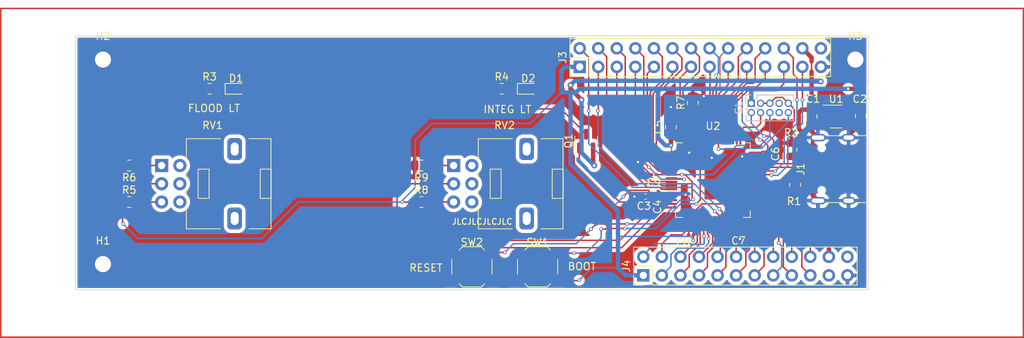
<source format=kicad_pcb>
(kicad_pcb (version 20221018) (generator pcbnew)

  (general
    (thickness 1.6)
  )

  (paper "A4")
  (layers
    (0 "F.Cu" signal)
    (31 "B.Cu" signal)
    (34 "B.Paste" user)
    (35 "F.Paste" user)
    (36 "B.SilkS" user "B.Silkscreen")
    (37 "F.SilkS" user "F.Silkscreen")
    (38 "B.Mask" user)
    (39 "F.Mask" user)
    (44 "Edge.Cuts" user)
    (45 "Margin" user)
    (46 "B.CrtYd" user "B.Courtyard")
    (47 "F.CrtYd" user "F.Courtyard")
    (48 "B.Fab" user)
    (49 "F.Fab" user)
  )

  (setup
    (stackup
      (layer "F.SilkS" (type "Top Silk Screen") (color "White"))
      (layer "F.Paste" (type "Top Solder Paste"))
      (layer "F.Mask" (type "Top Solder Mask") (color "Black") (thickness 0.01))
      (layer "F.Cu" (type "copper") (thickness 0.035))
      (layer "dielectric 1" (type "core") (thickness 1.51) (material "FR4") (epsilon_r 4.5) (loss_tangent 0.02))
      (layer "B.Cu" (type "copper") (thickness 0.035))
      (layer "B.Mask" (type "Bottom Solder Mask") (color "Black") (thickness 0.01))
      (layer "B.Paste" (type "Bottom Solder Paste"))
      (layer "B.SilkS" (type "Bottom Silk Screen") (color "White"))
      (copper_finish "None")
      (dielectric_constraints yes)
    )
    (pad_to_mask_clearance 0)
    (aux_axis_origin 83.1 113)
    (grid_origin 83.1 113)
    (pcbplotparams
      (layerselection 0x00010fc_ffffffff)
      (plot_on_all_layers_selection 0x0000000_00000000)
      (disableapertmacros false)
      (usegerberextensions false)
      (usegerberattributes true)
      (usegerberadvancedattributes true)
      (creategerberjobfile true)
      (dashed_line_dash_ratio 12.000000)
      (dashed_line_gap_ratio 3.000000)
      (svgprecision 4)
      (plotframeref false)
      (viasonmask false)
      (mode 1)
      (useauxorigin false)
      (hpglpennumber 1)
      (hpglpenspeed 20)
      (hpglpendiameter 15.000000)
      (dxfpolygonmode true)
      (dxfimperialunits true)
      (dxfusepcbnewfont true)
      (psnegative false)
      (psa4output false)
      (plotreference true)
      (plotvalue true)
      (plotinvisibletext false)
      (sketchpadsonfab false)
      (subtractmaskfromsilk false)
      (outputformat 1)
      (mirror false)
      (drillshape 1)
      (scaleselection 1)
      (outputdirectory "")
    )
  )

  (net 0 "")
  (net 1 "/USB_5V")
  (net 2 "GND")
  (net 3 "+3V3")
  (net 4 "/SWD_NRST")
  (net 5 "Net-(D1-K)")
  (net 6 "/LED_5V")
  (net 7 "Net-(D2-K)")
  (net 8 "Net-(J1-CC1)")
  (net 9 "/USB_D+")
  (net 10 "/USB_D-")
  (net 11 "unconnected-(J1-SBU1-PadA8)")
  (net 12 "Net-(J1-CC2)")
  (net 13 "unconnected-(J1-SBU2-PadB8)")
  (net 14 "/LED_ONBOARD")
  (net 15 "Net-(R5-Pad2)")
  (net 16 "Net-(R6-Pad1)")
  (net 17 "/BOOT0")
  (net 18 "Net-(R8-Pad2)")
  (net 19 "Net-(R9-Pad1)")
  (net 20 "/POT_2")
  (net 21 "/POT_1")
  (net 22 "unconnected-(U1-NC-Pad4)")
  (net 23 "/E_B_Pin_12")
  (net 24 "/E_B_Pin_11")
  (net 25 "/E_B_Pin_10")
  (net 26 "/E_B_Pin_9")
  (net 27 "/E_B_Pin_8")
  (net 28 "/E_B_Pin_7")
  (net 29 "/E_B_Pin_6")
  (net 30 "/E_B_Pin_5")
  (net 31 "/E_B_Pin_4")
  (net 32 "/E_WXR_Pin_4")
  (net 33 "/E_WXR_Pin_5")
  (net 34 "/E_WXR_Pin_6")
  (net 35 "/E_WXR_PWM_1")
  (net 36 "/E_WXR_PWM_2")
  (net 37 "/E_WXR_Pin_7")
  (net 38 "/E_WXR_Pin_8")
  (net 39 "/E_B_PWM_1")
  (net 40 "/E_B_PWM_2")
  (net 41 "/E_WXR_Pin_9")
  (net 42 "/E_WXR_Pin_10")
  (net 43 "/E_WXR_Pin_11")
  (net 44 "/E_WXR_Pin_12")
  (net 45 "/E_WXR_Pin_13")
  (net 46 "/E_WXR_Pin_14")
  (net 47 "/E_WXR_Pin_15")
  (net 48 "/E_WXR_Pin_16")
  (net 49 "/E_WXR_Pin_17")
  (net 50 "/E_WXR_Pin_18")
  (net 51 "/E_WXR_Pin_19")
  (net 52 "/E_WXR_Pin_20")
  (net 53 "/E_B_Pin_25")
  (net 54 "/E_B_Pin_24")
  (net 55 "/SWD_IO")
  (net 56 "/SWD_CLK")
  (net 57 "/E_B_Pin_23")
  (net 58 "/E_B_Pin_22")
  (net 59 "/E_B_Pin_21")
  (net 60 "/E_B_Pin_20")
  (net 61 "/E_B_Pin_19")
  (net 62 "/SWD_TRACE")
  (net 63 "/E_B_Pin_18")
  (net 64 "/E_B_Pin_17")
  (net 65 "/E_B_Pin_16")
  (net 66 "/E_B_Pin_15")
  (net 67 "/E_B_Pin_14")
  (net 68 "/E_B_Pin_13")
  (net 69 "unconnected-(J4-Pin_21-Pad21)")
  (net 70 "unconnected-(J2-KEY-Pad7)")
  (net 71 "unconnected-(J2-NC{slash}TDI-Pad8)")

  (footprint "Capacitor_SMD:C_0805_2012Metric" (layer "F.Cu") (at 200.85 82.75 -90))

  (footprint "Button_Switch_SMD:SW_Push_1P1T_XKB_TS-1187A" (layer "F.Cu") (at 147.6 103.375))

  (footprint "Resistor_SMD:R_0805_2012Metric" (layer "F.Cu") (at 100.6875 89.5 180))

  (footprint "Resistor_SMD:R_0805_2012Metric" (layer "F.Cu") (at 111.6875 79))

  (footprint "Capacitor_SMD:C_0201_0603Metric" (layer "F.Cu") (at 173.1 93.405 90))

  (footprint "Capacitor_SMD:C_0805_2012Metric" (layer "F.Cu") (at 194.1 82.8 -90))

  (footprint "Resistor_SMD:R_0805_2012Metric" (layer "F.Cu") (at 191.85 92.1625 -90))

  (footprint "Connector_PinHeader_2.54mm:PinHeader_2x12_P2.54mm_Vertical" (layer "F.Cu") (at 171.07 104.54 90))

  (footprint "Resistor_SMD:R_0805_2012Metric" (layer "F.Cu") (at 191.35 87.3375 90))

  (footprint "MountingHole:MountingHole_2.2mm_M2" (layer "F.Cu") (at 97.1 103))

  (footprint "MountingHole:MountingHole_2.2mm_M2" (layer "F.Cu") (at 200.1 75))

  (footprint "Capacitor_SMD:C_0201_0603Metric" (layer "F.Cu") (at 184.1 98.75 180))

  (footprint "Potentiometer_THT:Potentiometer_Alps_RK09L_Double_Vertical" (layer "F.Cu") (at 145.1 89.5))

  (footprint "LED_SMD:LED_0603_1608Metric" (layer "F.Cu") (at 155.3125 79))

  (footprint "Package_TO_SOT_SMD:SOT-23-5" (layer "F.Cu") (at 197.4625 82.8))

  (footprint "LED_SMD:LED_0603_1608Metric" (layer "F.Cu") (at 115.3125 79))

  (footprint "Potentiometer_THT:Potentiometer_Alps_RK09L_Double_Vertical" (layer "F.Cu") (at 105.125 89.5))

  (footprint "Package_QFP:LQFP-64_10x10mm_P0.5mm" (layer "F.Cu") (at 180.6 91.5))

  (footprint "Resistor_SMD:R_0805_2012Metric" (layer "F.Cu") (at 140.6875 89.5 180))

  (footprint "Connector_USB:USB_C_Receptacle_G-Switch_GT-USB-7010ASV" (layer "F.Cu") (at 198.1 90 90))

  (footprint "Resistor_SMD:R_0805_2012Metric" (layer "F.Cu") (at 177.85 80.9125 90))

  (footprint "Capacitor_SMD:C_0201_0603Metric" (layer "F.Cu") (at 177.6 99 180))

  (footprint "Button_Switch_SMD:SW_Push_1P1T_XKB_TS-1187A" (layer "F.Cu") (at 156.6 103.375))

  (footprint "Package_TO_SOT_SMD:SOT-23" (layer "F.Cu") (at 163.25 86.15 90))

  (footprint "Capacitor_SMD:C_0402_1005Metric" (layer "F.Cu") (at 171.37 93.75 180))

  (footprint "Resistor_SMD:R_0805_2012Metric" (layer "F.Cu") (at 151.6875 79))

  (footprint "Capacitor_SMD:C_0201_0603Metric" (layer "F.Cu") (at 188.1 87.905 -90))

  (footprint "Resistor_SMD:R_0805_2012Metric" (layer "F.Cu") (at 140.6875 94.5))

  (footprint "MountingHole:MountingHole_2.2mm_M2" (layer "F.Cu") (at 97.1 75))

  (footprint "Resistor_SMD:R_0805_2012Metric" (layer "F.Cu") (at 100.6875 94.5))

  (footprint "Capacitor_SMD:C_0201_0603Metric" (layer "F.Cu") (at 172.505 90.75 180))

  (footprint "Connector_PinHeader_2.54mm:PinHeader_2x14_P2.54mm_Vertical" (layer "F.Cu") (at 162.36 76 90))

  (footprint "Capacitor_SMD:C_0805_2012Metric" (layer "F.Cu") (at 174.85 84.25 90))

  (footprint "Connector_PinHeader_1.27mm:PinHeader_2x05_P1.27mm_Vertical" (layer "B.Cu") (at 185.85 80.98 -90))

  (gr_line (start 83.1 68) (end 83.1 113)
    (stroke (width 0.2) (type default)) (layer "F.Cu") (tstamp 4b03bcf9-9dd5-46df-afb3-9970c777eac5))
  (gr_line (start 83.1 113) (end 223.1 113)
    (stroke (width 0.2) (type default)) (layer "F.Cu") (tstamp 4faed209-0276-468d-816a-506e86e04431))
  (gr_line (start 115.1 92) (end 115.1 94)
    (stroke (width 0.2) (type default)) (layer "F.Cu") (tstamp 7b653c86-063a-4541-b1de-f705f685b7bf))
  (gr_line (start 223.1 68) (end 83.1 68)
    (stroke (width 0.2) (type default)) (layer "F.Cu") (tstamp 96a5ed7a-65e7-41ac-b188-2aaba73aa848))
  (gr_line (start 155.1 92) (end 155.1 93)
    (stroke (width 0.2) (type default)) (layer "F.Cu") (tstamp cbbe87f3-9396-41f0-bd5a-8272d9882005))
  (gr_line (start 223.1 113) (end 223.1 68)
    (stroke (width 0.2) (type default)) (layer "F.Cu") (tstamp eac38d42-fcfb-41d7-8417-b46d6c533051))
  (gr_line (start 93.35 71.75) (end 201.85 71.75)
    (stroke (width 0.1) (type default)) (layer "Edge.Cuts") (tstamp 02ec3058-b78c-47ca-8949-f3b7735ebd57))
  (gr_line (start 93.35 106.5) (end 93.35 71.75)
    (stroke (width 0.1) (type default)) (layer "Edge.Cuts") (tstamp 03f85010-09cc-4d1f-a1e6-528ed8bf3704))
  (gr_line (start 201.85 71.75) (end 201.85 106.5)
    (stroke (width 0.1) (type default)) (layer "Edge.Cuts") (tstamp a207bc4f-e3db-4c47-b74b-8da3de20521e))
  (gr_line (start 201.85 106.5) (end 93.35 106.5)
    (stroke (width 0.1) (type default)) (layer "Edge.Cuts") (tstamp d207b4a7-b548-4d94-adad-926b520ac1ee))
  (gr_text "JLCJLCJLCJLC" (at 144.8 97.65) (layer "F.SilkS") (tstamp 0799f239-4063-49e5-a6f1-59204916eb49)
    (effects (font (size 0.8 0.8) (thickness 0.15)) (justify left bottom))
  )
  (gr_text "FLOOD LT" (at 108.65 82.25) (layer "F.SilkS") (tstamp c3e5d897-a161-495f-94e8-22a9afac3547)
    (effects (font (size 1 1) (thickness 0.15)) (justify left bottom))
  )
  (gr_text "RESET" (at 138.95 104.1) (layer "F.SilkS") (tstamp cee08d3b-71f6-462b-9987-ec0a4e6b3fa8)
    (effects (font (size 1 1) (thickness 0.15)) (justify left bottom))
  )
  (gr_text "BOOT" (at 160.65 103.9) (layer "F.SilkS") (tstamp d2f201d3-3006-472e-ac3f-5be9079986c0)
    (effects (font (size 1 1) (thickness 0.15)) (justify left bottom))
  )
  (gr_text "INTEG LT" (at 149.1 82.4) (layer "F.SilkS") (tstamp efb6d855-8c75-4e8f-b302-c642793c717d)
    (effects (font (size 1 1) (thickness 0.15)) (justify left bottom))
  )

  (segment (start 194.1 75.25) (end 194.1 74.72) (width 0.6) (layer "F.Cu") (net 1) (tstamp 009ad92d-3df3-4890-b46e-aa42984e515c))
  (segment (start 161.1 78.5) (end 161.1 79) (width 0.6) (layer "F.Cu") (net 1) (tstamp 045f11c2-f3d8-4cae-9730-72ea974d7e4e))
  (segment (start 195.6 83.75) (end 195.3625 83.5125) (width 0.2) (layer "F.Cu") (net 1) (tstamp 06eaa608-05ab-4ac9-b7dd-79192849f8e6))
  (segment (start 195.6 81.85) (end 196.6 81.85) (width 0.6) (layer "F.Cu") (net 1) (tstamp 094c34fa-7b70-4cfb-b407-ee0c08fce851))
  (segment (start 195.7 88.3) (end 195 87.6) (width 0.2) (layer "F.Cu") (net 1) (tstamp 1414b6b9-c835-4b2a-bb14-fc0fcbe93dc4))
  (segment (start 164.35 89.5) (end 164.2 89.35) (width 0.6) (layer "F.Cu") (net 1) (tstamp 14153fb5-4bd0-4fe1-b11d-05a675d70380))
  (segment (start 196.6 83.75) (end 195.85 83.75) (width 0.2) (layer "F.Cu") (net 1) (tstamp 2872be6d-ece1-48ab-bbb4-2b773c13b992))
  (segment (start 195.5 92) (end 195.9 91.6) (width 0.6) (layer "F.Cu") (net 1) (tstamp 2ac28fb6-307a-44a8-974c-dead01804ce6))
  (segment (start 194.1 81.85) (end 194.1 78) (width 0.6) (layer "F.Cu") (net 1) (tstamp 2ba4e28f-5f28-4a82-9433-91b893256728))
  (segment (start 194.1 78) (end 195.35 78) (width 0.6) (layer "F.Cu") (net 1) (tstamp 2cee64ba-cfed-4d7b-9480-e3f4c7225e1e))
  (segment (start 192.35 84.5) (end 192.35 82.25) (width 0.6) (layer "F.Cu") (net 1) (tstamp 3069d352-dc73-4bae-9100-c1432b94ff9d))
  (segment (start 196.1 91.6) (end 195.9 91.6) (width 0.6) (layer "F.Cu") (net 1) (tstamp 37645318-f814-4a91-af59-d4b9ac41d545))
  (segment (start 196.8 94.8) (end 196.8 92.3) (width 0.6) (layer "F.Cu") (net 1) (tstamp 391a8564-4cc2-4ad0-8064-e22ad8579b87))
  (segment (start 192.85 85) (end 192.35 84.5) (width 0.6) (layer "F.Cu") (net 1) (tstamp 3cfde5aa-287f-4c82-ab2c-2e50a6845f32))
  (segment (start 195.3625 83.5125) (end 195.3625 82.5125) (width 0.2) (layer "F.Cu") (net 1) (tstamp 522baeb8-3b40-4e44-bb7d-f26812a4b62c))
  (segment (start 195.35 82.5) (end 195.35 81.85) (width 0.2) (layer "F.Cu") (net 1) (tstamp 58d41cd4-0692-415c-a5d0-8d9997cf61a0))
  (segment (start 195.3625 82.5125) (end 195.35 82.5) (width 0.2) (layer "F.Cu") (net 1) (tstamp 5abde9e7-c8b5-4bc7-81f5-f19553ad20cd))
  (segment (start 195.289 92.211) (end 195.5 92) (width 0.2) (layer "F.Cu") (net 1) (tstamp 6b2491e6-b343-4051-b0c3-7dd381b18e88))
  (segment (start 194.375 92.4) (end 194.564 92.211) (width 0.2) (layer "F.Cu") (net 1) (tstamp 6f0b4fa4-bee7-4cb1-81f3-7bf8c92cc455))
  (segment (start 195.35 81.85) (end 195.6 81.85) (width 0.6) (layer "F.Cu") (net 1) (tstamp 74c82afc-9433-482e-9ea8-9a12682caa44))
  (segment (start 196.1 91.4) (end 195.9 91.6) (width 0.6) (layer "F.Cu") (net 1) (tstamp 770ff185-a890-4e79-b05d-6ca6c4453e45))
  (segment (start 164.2 89.35) (end 164.2 87.0875) (width 0.6) (layer "F.Cu") (net 1) (tstamp 77bfd201-33e4-47b8-b698-e610312e8d25))
  (segment (start 192.85 87) (end 192.85 85) (width 0.6) (layer "F.Cu") (net 1) (tstamp 82581d01-2225-4c61-8ab6-b5491fe4342d))
  (segment (start 194.375 87.6) (end 193.45 87.6) (width 0.6) (layer "F.Cu") (net 1) (tstamp 8b978637-94fe-4f8d-88b7-698bc1cf939d))
  (segment (start 196.8 92.3) (end 196.1 91.6) (width 0.6) (layer "F.Cu") (net 1) (tstamp 8d83a251-1d0f-4730-b819-a1ca5e7f4252))
  (segment (start 196.47 95.13) (end 196.8 94.8) (width 0.6) (layer "F.Cu") (net 1) (tstamp 97e7f702-765e-4597-b5a8-e4daf68dedb0))
  (segment (start 196.1 88.7) (end 196.1 91.4) (width 0.6) (layer "F.Cu") (net 1) (tstamp 9ad3294b-7f5c-4cfa-a188-32f2f6fc8295))
  (segment (start 195 87.6) (end 194.375 87.6) (width 0.2) (layer "F.Cu") (net 1) (tstamp 9e1e8f33-ab60-4d7c-b239-fc045a95751f))
  (segment (start 194.1 78) (end 194.1 76.649189) (width 0.6) (layer "F.Cu") (net 1) (tstamp b476b44b-dfd0-4d9f-bb65-27dad5810ff0))
  (segment (start 196.47 102) (end 196.47 95.13) (width 0.6) (layer "F.Cu") (net 1) (tstamp bb1c5807-4c3c-498c-a925-91672c79a7f4))
  (segment (start 195.7 88.3) (end 196.1 88.7) (width 0.6) (layer "F.Cu") (net 1) (tstamp c4a12bcd-cf35-4fe4-917a-e3a6dfbfa307))
  (segment (start 194.375 87.6) (end 194.564 87.789) (width 0.2) (layer "F.Cu") (net 1) (tstamp c9bd96dc-af7c-4f59-8a71-01e18a9e2bff))
  (segment (start 194.35 81.85) (end 195.35 81.85) (width 0.6) (layer "F.Cu") (net 1) (tstamp cb4331cc-e8ca-4ee9-9a6e-13cef9a7c766))
  (segment (start 194.1 76.649189) (end 194.1 75.25) (width 0.2) (layer "F.Cu") (net 1) (tstamp cdcb1e8f-7454-435a-9f2c-2307b006c2e4))
  (segment (start 196.325 83.75) (end 195.6 83.75) (width 0.2) (layer "F.Cu") (net 1) (tstamp d3aa4312-411f-492f-a512-bfd58b4bb513))
  (segment (start 194.1 74.72) (end 192.84 73.46) (width 0.6) (layer "F.Cu") (net 1) (tstamp d4df4895-2430-472a-994b-a05b1c8bd3fa))
  (segment (start 161.1 79) (end 162.6 80.5) (width 0.6) (layer "F.Cu") (net 1) (tstamp dd893b76-c4db-409f-a909-1a8992ba5e1a))
  (segment (start 192.75 81.85) (end 194.1 81.85) (width 0.6) (layer "F.Cu") (net 1) (tstamp ddbf94c8-0887-4012-9f43-0de88158a962))
  (segment (start 192.35 82.25) (end 192.75 81.85) (width 0.6) (layer "F.Cu") (net 1) (tstamp deb9fcb0-f2c3-4b3a-921a-b2d64cdfdce6))
  (segment (start 194.564 92.211) (end 195.289 92.211) (width 0.2) (layer "F.Cu") (net 1) (tstamp e03b30b2-d93b-4142-b245-2b8e02580a96))
  (segment (start 193.45 87.6) (end 192.85 87) (width 0.6) (layer "F.Cu") (net 1) (tstamp efcae4ac-5b64-423a-a019-b22b50cc4ec0))
  (via (at 195.35 78) (size 0.8) (drill 0.4) (layers "F.Cu" "B.Cu") (net 1) (tstamp 2a37224d-8daf-4428-af3c-b300b3d87eca))
  (via (at 162.6 80.5) (size 0.8) (drill 0.4) (layers "F.Cu" "B.Cu") (net 1) (tstamp 2c42fd35-e003-4cd9-a604-b3b7c0c3f730))
  (via (at 164.35 89.5) (size 0.8) (drill 0.4) (layers "F.Cu" "B.Cu") (net 1) (tstamp 2e219574-dc05-4efb-92f7-dc3351e32cca))
  (via (at 161.1 78.5) (size 0.8) (drill 0.4) (layers "F.Cu" "B.Cu") (net 1) (tstamp fec89fa3-ef57-4ab3-86c8-aa55759c9a8f))
  (segment (start 162.6 87.75) (end 162.6 80.5) (width 0.6) (layer "B.Cu") (net 1) (tstamp 1310451d-9b48-48b1-8be5-c94ad1cc757e))
  (segment (start 161.7 77.9) (end 161.1 78.5) (width 0.6) (layer "B.Cu") (net 1) (tstamp 2c7aa723-0c33-4350-a72d-1570d35d6a49))
  (segment (start 166.95 77.9) (end 161.7 77.9) (width 0.6) (layer "B.Cu") (net 1) (tstamp 6bf66816-9e3c-43ed-ba4b-c064629057e5))
  (segment (start 195.25 77.9) (end 166.95 77.9) (width 0.6) (layer "B.Cu") (net 1) (tstamp 767e8582-add5-4fb6-9b76-7dc7aacc98eb))
  (segment (start 164.35 89.5) (end 162.6 87.75) (width 0.6) (layer "B.Cu") (net 1) (tstamp 8d1b95ba-c1bf-40f7-9382-29b8aac52b0a))
  (segment (start 195.35 78) (end 195.25 77.9) (width 0.6) (layer "B.Cu") (net 1) (tstamp ec40f046-b877-4390-8f51-2ca1bfd59158))
  (segment (start 173.1 93.085) (end 173.299999 93.085) (width 0.2) (layer "F.Cu") (net 2) (tstamp 08a1c941-cf30-46ef-8fdf-43aa7d12c0e2))
  (segment (start 177.35 97.175) (end 177.35 94) (width 0.2) (layer "F.Cu") (net 2) (tstamp 08cd061d-9018-4cad-87e9-738d5f542cfb))
  (segment (start 173.464999 93.25) (end 174.925 93.25) (width 0.2) (layer "F.Cu") (net 2) (tstamp 1644b026-655a-453f-a289-d5d7ef37c914))
  (segment (start 199.175 85.68) (end 199.175 85.375) (width 0.6) (layer "F.Cu") (net 2) (tstamp 1940f9f7-6ba4-4fb3-9120-17edff779a1f))
  (segment (start 172.185 90.75) (end 172.072888 90.75) (width 0.2) (layer "F.Cu") (net 2) (tstamp 1aa188ac-d542-4cc2-87e9-d159dc92c457))
  (segment (start 188.39 80.98) (end 189.165686 80.204314) (width 0.2) (layer "F.Cu") (net 2) (tstamp 1ea5f706-529f-48e6-835f-5c1b296b5083))
  (segment (start 183.78 99.03) (end 184.3 99.55) (width 0.2) (layer "F.Cu") (net 2) (tstamp 301cf521-070f-485e-b617-ccce362637dd))
  (segment (start 188.075 88.25) (end 188.1 88.225) (width 0.2) (layer "F.Cu") (net 2) (tstamp 33078fa2-b920-4f04-86b3-62f716609fbe))
  (segment (start 183.85 98.25) (end 183.78 98.32) (width 0.2) (layer "F.Cu") (net 2) (tstamp 35577111-89a5-4e14-8bf0-8e19cfcabbc2))
  (segment (start 191.1 84) (end 188.1 84) (width 0.2) (layer "F.Cu") (net 2) (tstamp 3fe5c9a4-2bf9-41b3-845f-88935825cbd4))
  (segment (start 194.255 93.6) (end 194.975 94.32) (width 0.6) (layer "F.Cu") (net 2) (tstamp 5536a8ed-4263-4e76-b0f1-fdcb720a9b96))
  (segment (start 188.1 84) (end 184.6 87.5) (width 0.2) (layer "F.Cu") (net 2) (tstamp 57333705-edb4-4d28-998c-132ff38dc8a0))
  (segment (start 190.13 80.18) (end 190.93 80.98) (width 0.2) (layer "F.Cu") (net 2) (tstamp 575c29b6-6ad4-48d7-a03c-4dcd58b4d850))
  (segment (start 177.28 98.32) (end 177.28 99) (width 0.2) (layer "F.Cu") (net 2) (tstamp 67e363bf-c33b-442a-ac60-61b20c10c9db))
  (segment (start 184.6 88.25) (end 186.275 88.25) (width 0.2) (layer "F.Cu") (net 2) (tstamp 689a890d-10ef-4f4b-ae61-57927491b9d6))
  (segment (start 177.35 85.825) (end 177.35 87.75) (width 0.2) (layer "F.Cu") (net 2) (tstamp 6f64c9e1-1d41-4526-8463-9023790b19fa))
  (segment (start 173.299999 93.085) (end 173.464999 93.25) (width 0.2) (layer "F.Cu") (net 2) (tstamp 70df287d-b8d1-4056-8701-e4540c0b0e1d))
  (segment (start 177.85 80) (end 179.35 80) (width 0.6) (layer "F.Cu") (net 2) (tstamp 713a9585-d7ce-4c55-9e0b-60a98148b963))
  (segment (start 199.95 82.8) (end 200.85 83.7) (width 0.2) (layer "F.Cu") (net 2) (tstamp 758fc10a-1928-4bcc-ba48-aebc7e9db007))
  (segment (start 177.35 94) (end 176.85 93.5) (width 0.2) (layer "F.Cu") (net 2) (tstamp 7c05eb95-ea74-48e1-bd44-22f2ee22d1bd))
  (segment (start 189.304315 80.204314) (end 189.328629 80.18) (width 0.2) (layer "F.Cu") (net 2) (tstamp 7d0cba47-c309-4ee9-ab8a-8c49ed5db8ae))
  (segment (start 186.275 88.25) (end 188.075 88.25) (width 0.2) (layer "F.Cu") (net 2) (tstamp 80393338-7f06-4023-a161-9608aaed53cc))
  (segment (start 189.328629 80.18) (end 190.13 80.18) (width 0.2) (layer "F.Cu") (net 2) (tstamp 856ed296-f6e8-45fa-afee-1ca5b6a7958c))
  (segment (start 183.78 98.75) (end 183.78 99.03) (width 0.2) (layer "F.Cu") (net 2) (tstamp 8bc9f6c3-238b-4e7f-9da2-c0a429f0355d))
  (segment (start 183.85 97.175) (end 183.85 98.25) (width 0.2) (layer "F.Cu") (net 2) (tstamp 970e89d3-da24-4084-9b8f-cf2fb6875a00))
  (segment (start 177.35 97.175) (end 177.35 98.25) (width 0.2) (layer "F.Cu") (net 2) (tstamp 993ca137-a854-425f-9408-aa90155992dc))
  (segment (start 196.325 82.8) (end 199.95 82.8) (width 0.2) (layer "F.Cu") (net 2) (tstamp 9a0361e8-4e89-423c-922c-7c60e1cb6543))
  (segment (start 190.93 80.98) (end 191.6 81.65) (width 0.2) (layer "F.Cu") (net 2) (tstamp a6b2c8e4-6315-45c5-be4b-ae1508435f58))
  (segment (start 191.73 81.88) (end 191.73 83.37) (width 0.2) (layer "F.Cu") (net 2) (tstamp a9dafc37-495f-40b4-88d8-616f711225c1))
  (segment (start 174.925 93.25) (end 176.6 93.25) (width 0.2) (layer "F.Cu") (net 2) (tstamp ab664c06-4a5a-4742-b1d2-0ec381f9bb4d))
  (segment (start 188.39 80.98) (end 187.12 80.98) (width 0.2) (layer "F.Cu") (net 2) (tstamp adece0af-8224-43a8-b5ad-b3625b6f6e4f))
  (segment (start 177.35 98.25) (end 177.28 98.32) (width 0.2) (layer "F.Cu") (net 2) (tstamp b5e374f2-07b2-49fe-9ce1-504256d21e42))
  (segment (start 191.6 81.65) (end 191.6 81.75) (width 0.2) (layer "F.Cu") (net 2) (tstamp be4dcab4-192d-4c8c-ab8d-d21218ccb3f9))
  (segment (start 184.6 87.5) (end 184.6 88.25) (width 0.2) (layer "F.Cu") (net 2) (tstamp bf5ad3af-55a7-4a7c-8171-5fafaba10024))
  (segment (start 189.165686 80.204314) (end 189.304315 80.204314) (width 0.2) (layer "F.Cu") (net 2) (tstamp bf66c115-9c19-4192-b020-edc90fc49e7f))
  (segment (start 174.85 83.3) (end 174.85 81.5) (width 0.6) (layer "F.Cu") (net 2) (tstamp c3636678-e291-4ac3-908f-e009dae92578))
  (segment (start 194.1 83.75) (end 194.1 84.805) (width 0.6) (layer "F.Cu") (net 2) (tstamp c9dac8a8-f4f3-48b7-92a0-a198d6ccd90a))
  (segment (start 183.78 98.32) (end 183.78 98.75) (width 0.2) (layer "F.Cu") (net 2) (tstamp ca657bdf-33b8-46f2-86b8-f44275a92416))
  (segment (start 172.072888 90.75) (end 170.336444 89.013556) (width 0.2) (layer "F.Cu") (net 2) (tstamp dd815f9d-2e01-4ab5-a186-d917e74f6eeb))
  (segment (start 150.6 105.25) (end 144.6 105.25) (width 0.2) (layer "F.Cu") (net 2) (tstamp e009107c-1263-4b16-99ac-f8559a7f3510))
  (segment (start 191.73 83.37) (end 191.1 84) (width 0.2) (layer "F.Cu") (net 2) (tstamp e12e2837-5380-4d4d-838c-eaf93b9eec54))
  (segment (start 194.1 84.805) (end 194.975 85.68) (width 0.6) (layer "F.Cu") (net 2) (tstamp e99c83f4-f4e1-4428-8792-b4af6c44beeb))
  (segment (start 194.255 93.2) (end 194.255 93.6) (width 0.6) (layer "F.Cu") (net 2) (tstamp ea344ba4-05b6-4724-8cdc-ecee8a1f3cf2))
  (segment (start 191.6 81.75) (end 191.73 81.88) (width 0.2) (layer "F.Cu") (net 2) (tstamp fe0eac3c-ccf1-483c-b684-6696cba674d4))
  (segment (start 199.175 85.375) (end 200.85 83.7) (width 0.6) (layer "F.Cu") (net 2) (tstamp fe658cd0-8e4f-47f4-81c0-c61ba3d76c34))
  (segment (start 176.6 93.25) (end 176.85 93.5) (width 0.2) (layer "F.Cu") (net 2) (tstamp ffe316ef-b638-4cb0-80ff-014f4d944a58))
  (via (at 179.35 80) (size 0.5) (drill 0.3) (layers "F.Cu" "B.Cu") (net 2) (tstamp 02242a5e-5742-4377-952a-0bcbcdf35bc0))
  (via (at 169.85 93.75) (size 0.5) (drill 0.3) (layers "F.Cu" "B.Cu") (free) (net 2) (tstamp 08923a6b-71ef-4ac4-b4a5-dc6273323bd7))
  (via (at 180.45 88.45) (size 0.5) (drill 0.3) (layers "F.Cu" "B.Cu") (free) (net 2) (tstamp 25b3ab66-7f6e-45dd-a6e8-65b8bd79c89f))
  (via (at 174.85 81.5) (size 0.5) (drill 0.3) (layers "F.Cu" "B.Cu") (net 2) (tstamp 4ef1c1ae-695f-4c93-acbb-75424dea5d40))
  (via (at 176.85 93.5) (size 0.5) (drill 0.3) (layers "F.Cu" "B.Cu") (net 2) (tstamp 9aef38fa-8553-4560-bdf1-7c5cbc102980))
  (via (at 184.3 99.55) (size 0.5) (drill 0.3) (layers "F.Cu" "B.Cu") (net 2) (tstamp b8c0ce81-f4c6-40ff-a5b6-18fc23ca36ae))
  (via (at 177.35 87.75) (size 0.5) (drill 0.3) (layers "F.Cu" "B.Cu") (net 2) (tstamp c8103f1c-e336-4699-a491-0762fb541f37))
  (via (at 170.336444 89.013556) (size 0.5) (drill 0.3) (layers "F.Cu" "B.Cu") (net 2) (tstamp f388b0f2-c5f9-4b3c-9177-00d654712e09))
  (via (at 184.6 88.25) (size 0.5) (drill 0.3) (layers "F.Cu" "B.Cu") (net 2) (tstamp fc1e3222-5052-4207-a72e-ed6e8f40362c))
  (segment (start 198.875 81.85) (end 201.05 81.85) (width 0.6) (layer "F.Cu") (net 3) (tstamp 03cae0a0-c379-49c6-9c10-61ed0a2ac46f))
  (segment (start 184.35 96.36759) (end 182.73241 94.75) (width 0.2) (layer "F.Cu") (net 3) (tstamp 0a088284-85b8-4924-870a-7fa8bdb778d3))
  (segment (start 187.315 87.585) (end 188.1 87.585) (width 0.2) (layer "F.Cu") (net 3) (tstamp 0be5e005-f0b2-43de-a6b8-30c620c35c47))
  (segment (start 179.1 94.75) (end 177.85 96) (width 0.2) (layer "F.Cu") (net 3) (tstamp 0f2110ab-2c3a-4490-bfec-e66125f877d9))
  (segment (start 162.25 105.25) (end 159.6 105.25) (width 0.2) (layer "F.Cu") (net 3) (tstamp 0fbc0b48-b182-46d5-96e5-0adf767801c0))
  (segment (start 177.85 97.175) (end 177.85 98.25) (width 0.2) (layer "F.Cu") (net 3) (tstamp 145fa1f5-c683-45f8-946d-88b26064fe52))
  (segment (start 176.675 86) (end 174.85 86) (width 0.2) (layer "F.Cu") (net 3) (tstamp 160220e5-79f7-4517-9d59-42ba226156a1))
  (segment (start 171.875 93.725) (end 171.85 93.75) (width 0.2) (layer "F.Cu") (net 3) (tstamp 171ff7d0-53b7-4b12-a27d-7e3bdf154ff5))
  (segment (start 184.35 97.175) (end 184.35 96.36759) (width 0.2) (layer "F.Cu") (net 3) (tstamp 1a4d5fae-991d-4c4d-ac43-be576118e0be))
  (segment (start 171.765686 92.9) (end 171.85 92.984314) (width 0.2) (layer "F.Cu") (net 3) (tstamp 1c152921-cbf7-4f89-9d0a-162ba4bf809b))
  (segment (start 99.85 97.5) (end 99.775 97.425) (width 0.2) (layer "F.Cu") (net 3) (tstamp 1ef425a0-671f-4840-8a78-3e19c93d93e4))
  (segment (start 188.1 86.75) (end 188.1 87.585) (width 0.2) (layer "F.Cu") (net 3) (tstamp 2118d337-63ac-4ec4-8183-2b4649cb6f88))
  (segment (start 168.35 93.75) (end 169.2 92.9) (width 0.2) (layer "F.Cu") (net 3) (tstamp 2c73bf03-7bd7-46af-8879-a26898e2bbc1))
  (segment (start 187.15 87.75) (end 187.315 87.585) (width 0.2) (layer "F.Cu") (net 3) (tstamp 2cac1f7b-687a-471b-9efc-56ce8d02e48f))
  (segment (start 174.925 93.75) (end 173.125 93.75) (width 0.2) (layer "F.Cu") (net 3) (tstamp 356195de-2f15-44d7-9870-4a08d06e1d10))
  (segment (start 169.2 92.9) (end 171.765686 92.9) (width 0.2) (layer "F.Cu") (net 3) (tstamp 3a662e90-840c-4d60-99bb-3e688704232b))
  (segment (start 177.92 99.7305) (end 177.9005 99.75) (width 0.2) (layer "F.Cu") (net 3) (tstamp 41ed89d1-6b63-4e64-8b1c-ce83d9f880d7))
  (segment (start 184.35 98.25) (end 184.42 98.32) (width 0.2) (layer "F.Cu") (net 3) (tstamp 46aff7af-83da-499b-b437-23c07837596e))
  (segment (start 138.1 94.5) (end 139.775 94.5) (width 0.2) (layer "F.Cu") (net 3) (tstamp 602ac311-4a4e-4ceb-aa63-c6fb60195f88))
  (segment (start 173.1 93.725) (end 173.125 93.75) (width 0.2) (layer "F.Cu") (net 3) (tstamp 68023c03-3b21-46bd-9278-94a7a1de5958))
  (segment (start 174.925 87.75) (end 174.925 86.825) (width 0.2) (layer "F.Cu") (net 3) (tstamp 687170ae-72c6-45dd-915c-e6fe06783f41))
  (segment (start 99.775 97.425) (end 99.775 94.5) (width 0.2) (layer "F.Cu") (net 3) (tstamp 69524810-fe11-473c-b75c-538097cf08d9))
  (segment (start 173.1 93.725) (end 171.875 93.725) (width 0.2) (layer "F.Cu") (net 3) (tstamp 6f5d43f8-78e4-46ce-8c6d-7b8f2bea0647))
  (segment (start 201.05 81.85) (end 201.1 81.8) (width 0.6) (layer "F.Cu") (net 3) (tstamp 72b82e23-8f14-4a23-b03b-a427862a1ec6))
  (segment (start 177.85 96) (end 177.85 97.175) (width 0.2) (layer "F.Cu") (net 3) (tstamp 782aef7f-6f44-4c59-a855-c73e74193dc1))
  (segment (start 187.336444 85.986444) (end 188.1 86.75) (width 0.2) (layer "F.Cu") (net 3) (tstamp 790ced8d-36ec-44e9-be7f-99db4184d805))
  (segment (start 159.6 105.25) (end 153.6 105.25) (width 0.2) (layer "F.Cu") (net 3) (tstamp 7ae9716c-71c6-4fc8-bd69-3856d94cd75a))
  (segment (start 184.35 97.175) (end 184.35 98.25) (width 0.2) (layer "F.Cu") (net 3) (tstamp 836f15d2-a471-4a19-876e-50d38bd6b805))
  (segment (start 177.92 98.32) (end 177.92 99) (width 0.2) (layer "F.Cu") (net 3) (tstamp 9aaa6a5c-9c18-47b9-be68-e6c0a0f684b0))
  (segment (start 177.92 99) (end 177.92 99.7305) (width 0.2) (layer "F.Cu") (net 3) (tstamp 9ac0f024-c924-4e3c-ad67-49ddfdcfae4b))
  (segment (start 186.275 87.75) (end 187.15 87.75) (width 0.2) (layer "F.Cu") (net 3) (tstamp 9d03e89b-99ac-43fc-9f0a-9fb827cd6cc2))
  (segment (start 200.85 81.8) (end 200.85 79) (width 0.6) (layer "F.Cu") (net 3) (tstamp b414238f-2b43-46a4-83f4-379343609f2a))
  (segment (start 177.85 98.25) (end 177.92 98.32) (width 0.2) (layer "F.Cu") (net 3) (tstamp b537d7df-446e-4d4d-a6e6-625f1599f33d))
  (segment (start 200.85 79) (end 199.1 79) (width 0.6) (layer "F.Cu") (net 3) (tstamp b7291812-e307-45a7-bc9b-b95f4fb26867))
  (segment (start 171.85 92.984314) (end 171.85 93.75) (width 0.2) (layer "F.Cu") (net 3) (tstamp bd013299-a963-4c85-9075-574ee8fb5364))
  (segment (start 187.086444 85.986444) (end 187.336444 85.986444) (width 0.2) (layer "F.Cu") (net 3) (tstamp cc0ddcb1-100e-422b-aa61-8d7f44637e19))
  (segment (start 174.85 86) (end 174.85 85.2) (width 0.6) (layer "F.Cu") (net 3) (tstamp d92352fc-1644-4641-8f56-d3d10adb83a3))
  (segment (start 174.85 86.75) (end 174.85 86) (width 0.6) (layer "F.Cu") (net 3) (tstamp dcbd4353-a262-4c4d-8ab9-ae00358f5e64))
  (segment (start 174.925 86.825) (end 174.85 86.75) (width 0.2) (layer "F.Cu") (net 3) (tstamp e029344d-26ea-4f3b-975a-a5f07f62a416))
  (segment (start 184.42 98.32) (end 184.42 98.75) (width 0.2) (layer "F.Cu") (net 3) (tstamp eae25ade-1574-4df5-9ed0-5828247ca67f))
  (segment (start 176.85 85.825) (end 176.675 86) (width 0.2) (layer "F.Cu") (net 3) (tstamp eca2d52c-c8c5-48ee-b93d-2d7358a318e6))
  (segment (start 162.3 105.2) (end 162.25 105.25) (width 0.2) (layer "F.Cu") (net 3) (tstamp f250cc73-398e-40dd-a8c3-5402e01ed50f))
  (segment (start 182.73241 94.75) (end 179.1 94.75) (width 0.2) (layer "F.Cu") (net 3) (tstamp fb5091d4-6890-4abc-8ade-16fff99f7607))
  (via (at 138.1 94.5) (size 0.5) (drill 0.3) (layers "F.Cu" "B.Cu") (net 3) (tstamp 482303c8-70ba-41f0-ab04-d45c3a5dc478))
  (via (at 199.1 79) (size 0.5) (drill 0.3) (layers "F.Cu" "B.Cu") (net 3) (tstamp 4d39704a-f0f7-4a7b-91d7-733c9813f969))
  (via (at 99.85 97.5) (size 0.5) (drill 0.3) (layers "F.Cu" "B.Cu") (net 3) (tstamp 7879ba9a-cc69-4d92-908a-cc4d46629336))
  (via (at 174.85 86.75) (size 0.5) (drill 0.3) (layers "F.Cu" "B.Cu") (net 3) (tstamp 7f7a8b3b-0a21-4ab2-82a6-ba6c0bfa8bb7))
  (via (at 162.3 105.2) (size 0.5) (drill 0.3) (layers "F.Cu" "B.Cu") (net 3) (tstamp 977b9ee9-c339-4de5-9ed8-3f0d06a29521))
  (via (at 177.9005 99.75) (size 0.5) (drill 0.3) (layers "F.Cu" "B.Cu") (net 3) (tstamp 9f584303-c439-4367-ab21-de11d92c06b1))
  (via (at 187.086444 85.986444) (size 0.5) (drill 0.3) (layers "F.Cu" "B.Cu") (net 3) (tstamp bed00b5e-a61f-4944-ae83-140718c21b31))
  (via (at 168.35 93.75) (size 0.5) (drill 0.3) (layers "F.Cu" "B.Cu") (net 3) (tstamp cac72c47-f29a-4007-a44a-3478905b08af))
  (segment (start 185.85 79) (end 185.85 80.98) (width 0.6) (layer "B.Cu") (net 3) (tstamp 0298d347-cce4-43cb-b772-32699da48fa1))
  (segment (start 161.85 79.5) (end 161.1 79.5) (width 0.6) (layer "B.Cu") (net 3) (tstamp 06ee93d0-f1aa-4979-a1f2-d6779cfbfb30))
  (segment (start 145.6 83.75) (end 142.1 83.75) (width 0.2) (layer "B.Cu") (net 3) (tstamp 08bba3e5-c198-4c54-ad19-d18d7297fd44))
  (segment (start 167.6 99.5) (end 167.9 99.2) (width 0.2) (layer "B.Cu") (net 3) (tstamp 0ec1df15-abdf-4a75-b1b7-686a13e9a221))
  (segment (start 173.1 79) (end 162.35 79) (width 0.6) (layer "B.Cu") (net 3) (tstamp 1456ffb5-f57d-46bc-acf5-0b37a1032184))
  (segment (start 184.6 79) (end 173.1 79) (width 0.6) (layer "B.Cu") (net 3) (tstamp 1bce7271-63ee-424b-9509-3581ba371fd8))
  (segment (start 167.6 99.5) (end 167.6 103.5) (width 0.6) (layer "B.Cu") (net 3) (tstamp 1d649c11-4103-4801-8e21-05aa95d29dc1))
  (segment (start 166.975 95.125) (end 167.6 95.75) (width 0.6) (layer "B.Cu") (net 3) (tstamp 1fe7d445-79e6-4065-852b-4b9c9b5ccaf1))
  (segment (start 99.85 97.5) (end 101.85 99.5) (width 0.2) (layer "B.Cu") (net 3) (tstamp 234bee56-7d49-4560-b9d5-2c6117e2d72c))
  (segment (start 159.85 79.5) (end 159.85 76.5) (width 0.6) (layer "B.Cu") (net 3) (tstamp 2cbee2d8-6da5-4fe9-a799-bcf8e313bad4))
  (segment (start 167.9 99.2) (end 177.55 99.2) (width 0.2) (layer "B.Cu") (net 3) (tstamp 348fe726-3b86-451c-9d02-7f23a97c0f8d))
  (segment (start 101.85 99.5) (end 118.85 99.5) (width 0.2) (layer "B.Cu") (net 3) (tstamp 3769c1c1-8bca-4961-82f0-0f9a5165db4d))
  (segment (start 138.1 94.25) (end 138.1 94.5) (width 0.2) (layer "B.Cu") (net 3) (tstamp 39cd5259-7b32-40f3-9d19-c843c28fb204))
  (segment (start 155.6 83.75) (end 145.6 83.75) (width 0.2) (layer "B.Cu") (net 3) (tstamp 3bc99518-dcdd-4da1-9090-a3b4d8adaca5))
  (segment (start 161.1 79.5) (end 161.1 89.25) (width 0.6) (layer "B.Cu") (net 3) (tstamp 4e7
... [319191 chars truncated]
</source>
